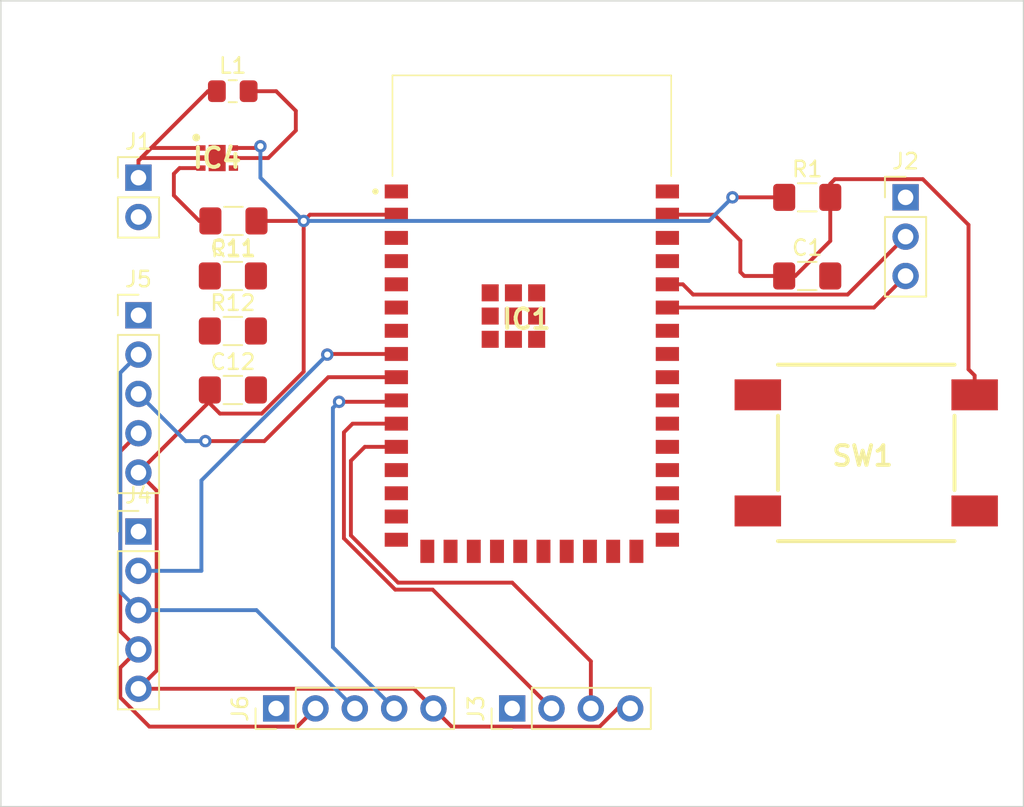
<source format=kicad_pcb>
(kicad_pcb (version 20171130) (host pcbnew "(5.1.5)-3")

  (general
    (thickness 1.6)
    (drawings 6)
    (tracks 119)
    (zones 0)
    (modules 16)
    (nets 46)
  )

  (page A4)
  (layers
    (0 F.Cu signal)
    (31 B.Cu signal)
    (32 B.Adhes user)
    (33 F.Adhes user)
    (34 B.Paste user)
    (35 F.Paste user)
    (36 B.SilkS user)
    (37 F.SilkS user)
    (38 B.Mask user)
    (39 F.Mask user)
    (40 Dwgs.User user)
    (41 Cmts.User user)
    (42 Eco1.User user)
    (43 Eco2.User user)
    (44 Edge.Cuts user)
    (45 Margin user)
    (46 B.CrtYd user)
    (47 F.CrtYd user)
    (48 B.Fab user)
    (49 F.Fab user)
  )

  (setup
    (last_trace_width 0.25)
    (trace_clearance 0.2)
    (zone_clearance 0.508)
    (zone_45_only no)
    (trace_min 0.2)
    (via_size 0.8)
    (via_drill 0.4)
    (via_min_size 0.4)
    (via_min_drill 0.3)
    (uvia_size 0.3)
    (uvia_drill 0.1)
    (uvias_allowed no)
    (uvia_min_size 0.2)
    (uvia_min_drill 0.1)
    (edge_width 0.1)
    (segment_width 0.2)
    (pcb_text_width 0.3)
    (pcb_text_size 1.5 1.5)
    (mod_edge_width 0.15)
    (mod_text_size 1 1)
    (mod_text_width 0.15)
    (pad_size 1.524 1.524)
    (pad_drill 0.762)
    (pad_to_mask_clearance 0)
    (aux_axis_origin 0 0)
    (visible_elements 7FFFFFFF)
    (pcbplotparams
      (layerselection 0x010fc_ffffffff)
      (usegerberextensions false)
      (usegerberattributes false)
      (usegerberadvancedattributes false)
      (creategerberjobfile false)
      (excludeedgelayer true)
      (linewidth 0.100000)
      (plotframeref false)
      (viasonmask false)
      (mode 1)
      (useauxorigin false)
      (hpglpennumber 1)
      (hpglpenspeed 20)
      (hpglpendiameter 15.000000)
      (psnegative false)
      (psa4output false)
      (plotreference true)
      (plotvalue true)
      (plotinvisibletext false)
      (padsonsilk false)
      (subtractmaskfromsilk false)
      (outputformat 1)
      (mirror false)
      (drillshape 0)
      (scaleselection 1)
      (outputdirectory ""))
  )

  (net 0 "")
  (net 1 GND)
  (net 2 "Net-(IC1-Pad5)")
  (net 3 "Net-(IC1-Pad7)")
  (net 4 "Net-(IC1-Pad8)")
  (net 5 "Net-(C1-Pad1)")
  (net 6 "Net-(C11-Pad1)")
  (net 7 "Net-(C12-Pad1)")
  (net 8 "Net-(IC1-Pad3)")
  (net 9 "Net-(IC1-Pad4)")
  (net 10 "Net-(IC1-Pad6)")
  (net 11 "Net-(IC1-Pad9)")
  (net 12 "Net-(IC1-Pad10)")
  (net 13 "Net-(IC1-Pad11)")
  (net 14 "Net-(IC1-Pad12)")
  (net 15 "Net-(IC1-Pad13)")
  (net 16 "Net-(IC1-Pad14)")
  (net 17 "Net-(IC1-Pad15)")
  (net 18 "Net-(IC1-Pad16)")
  (net 19 "Net-(IC1-Pad17)")
  (net 20 "Net-(IC1-Pad18)")
  (net 21 "Net-(IC1-Pad19)")
  (net 22 "Net-(IC1-Pad20)")
  (net 23 "Net-(IC1-Pad21)")
  (net 24 "Net-(IC1-Pad22)")
  (net 25 "Net-(IC1-Pad23)")
  (net 26 "Net-(IC1-Pad24)")
  (net 27 "Net-(IC1-Pad25)")
  (net 28 "Net-(IC1-Pad27)")
  (net 29 "Net-(IC1-Pad28)")
  (net 30 "Net-(IC1-Pad29)")
  (net 31 "Net-(IC1-Pad30)")
  (net 32 "Net-(IC1-Pad31)")
  (net 33 "Net-(IC1-Pad32)")
  (net 34 "Net-(IC1-Pad33)")
  (net 35 "Net-(IC1-Pad34)")
  (net 36 "Net-(IC1-Pad35)")
  (net 37 "Net-(IC1-Pad36)")
  (net 38 "Net-(IC1-Pad37)")
  (net 39 "Net-(IC1-Pad38)")
  (net 40 "Net-(IC1-Pad39)")
  (net 41 "Net-(IC1-Pad40)")
  (net 42 "Net-(IC4-Pad3)")
  (net 43 "Net-(IC4-Pad5)")
  (net 44 "Net-(J4-Pad3)")
  (net 45 "Net-(J4-Pad4)")

  (net_class Default "Dit is de standaard class."
    (clearance 0.2)
    (trace_width 0.25)
    (via_dia 0.8)
    (via_drill 0.4)
    (uvia_dia 0.3)
    (uvia_drill 0.1)
    (add_net GND)
    (add_net "Net-(C1-Pad1)")
    (add_net "Net-(C11-Pad1)")
    (add_net "Net-(C12-Pad1)")
    (add_net "Net-(IC1-Pad10)")
    (add_net "Net-(IC1-Pad11)")
    (add_net "Net-(IC1-Pad12)")
    (add_net "Net-(IC1-Pad13)")
    (add_net "Net-(IC1-Pad14)")
    (add_net "Net-(IC1-Pad15)")
    (add_net "Net-(IC1-Pad16)")
    (add_net "Net-(IC1-Pad17)")
    (add_net "Net-(IC1-Pad18)")
    (add_net "Net-(IC1-Pad19)")
    (add_net "Net-(IC1-Pad20)")
    (add_net "Net-(IC1-Pad21)")
    (add_net "Net-(IC1-Pad22)")
    (add_net "Net-(IC1-Pad23)")
    (add_net "Net-(IC1-Pad24)")
    (add_net "Net-(IC1-Pad25)")
    (add_net "Net-(IC1-Pad27)")
    (add_net "Net-(IC1-Pad28)")
    (add_net "Net-(IC1-Pad29)")
    (add_net "Net-(IC1-Pad3)")
    (add_net "Net-(IC1-Pad30)")
    (add_net "Net-(IC1-Pad31)")
    (add_net "Net-(IC1-Pad32)")
    (add_net "Net-(IC1-Pad33)")
    (add_net "Net-(IC1-Pad34)")
    (add_net "Net-(IC1-Pad35)")
    (add_net "Net-(IC1-Pad36)")
    (add_net "Net-(IC1-Pad37)")
    (add_net "Net-(IC1-Pad38)")
    (add_net "Net-(IC1-Pad39)")
    (add_net "Net-(IC1-Pad4)")
    (add_net "Net-(IC1-Pad40)")
    (add_net "Net-(IC1-Pad5)")
    (add_net "Net-(IC1-Pad6)")
    (add_net "Net-(IC1-Pad7)")
    (add_net "Net-(IC1-Pad8)")
    (add_net "Net-(IC1-Pad9)")
    (add_net "Net-(IC4-Pad3)")
    (add_net "Net-(IC4-Pad5)")
    (add_net "Net-(J4-Pad3)")
    (add_net "Net-(J4-Pad4)")
  )

  (module "Drukknop_OFF_(ON):Drukknop_OFF_(ON)" (layer F.Cu) (tedit 0) (tstamp 6070C240)
    (at 121.92 77.47)
    (descr SMS-Gullwing)
    (tags Switch)
    (path /605B36B5)
    (attr smd)
    (fp_text reference SW1 (at -0.232 0.196) (layer F.SilkS)
      (effects (font (size 1.27 1.27) (thickness 0.254)))
    )
    (fp_text value SW_Push (at -0.232 0.196) (layer F.SilkS) hide
      (effects (font (size 1.27 1.27) (thickness 0.254)))
    )
    (fp_line (start 5.7 -2.4) (end 5.7 2.4) (layer F.SilkS) (width 0.254))
    (fp_line (start -5.7 -2.4) (end -5.7 2.4) (layer F.SilkS) (width 0.254))
    (fp_line (start -5.7 -5.7) (end 5.7 -5.7) (layer F.SilkS) (width 0.254))
    (fp_line (start -5.7 5.7) (end 5.7 5.7) (layer F.SilkS) (width 0.254))
    (fp_line (start -5.7 5.7) (end -5.7 -5.7) (layer F.Fab) (width 0.254))
    (fp_line (start 5.7 5.7) (end -5.7 5.7) (layer F.Fab) (width 0.254))
    (fp_line (start 5.7 -5.7) (end 5.7 5.7) (layer F.Fab) (width 0.254))
    (fp_line (start -5.7 -5.7) (end 5.7 -5.7) (layer F.Fab) (width 0.254))
    (fp_text user %R (at -0.232 0.196) (layer F.Fab)
      (effects (font (size 1.27 1.27) (thickness 0.254)))
    )
    (pad 4 smd rect (at -7 -3.75 90) (size 2 3) (layers F.Cu F.Paste F.Mask))
    (pad 3 smd rect (at 7 -3.75 90) (size 2 3) (layers F.Cu F.Paste F.Mask)
      (net 5 "Net-(C1-Pad1)"))
    (pad 2 smd rect (at 7 3.75 90) (size 2 3) (layers F.Cu F.Paste F.Mask))
    (pad 1 smd rect (at -7 3.75 90) (size 2 3) (layers F.Cu F.Paste F.Mask)
      (net 1 GND))
  )

  (module Capacitor_SMD:C_1206_3216Metric_Pad1.42x1.75mm_HandSolder (layer F.Cu) (tedit 5B301BBE) (tstamp 605A08BD)
    (at 118.11 66.04)
    (descr "Capacitor SMD 1206 (3216 Metric), square (rectangular) end terminal, IPC_7351 nominal with elongated pad for handsoldering. (Body size source: http://www.tortai-tech.com/upload/download/2011102023233369053.pdf), generated with kicad-footprint-generator")
    (tags "capacitor handsolder")
    (path /605C96A2)
    (attr smd)
    (fp_text reference C1 (at 0 -1.82) (layer F.SilkS)
      (effects (font (size 1 1) (thickness 0.15)))
    )
    (fp_text value 1µF (at 0 1.82) (layer F.Fab)
      (effects (font (size 1 1) (thickness 0.15)))
    )
    (fp_line (start -1.6 0.8) (end -1.6 -0.8) (layer F.Fab) (width 0.1))
    (fp_line (start -1.6 -0.8) (end 1.6 -0.8) (layer F.Fab) (width 0.1))
    (fp_line (start 1.6 -0.8) (end 1.6 0.8) (layer F.Fab) (width 0.1))
    (fp_line (start 1.6 0.8) (end -1.6 0.8) (layer F.Fab) (width 0.1))
    (fp_line (start -0.602064 -0.91) (end 0.602064 -0.91) (layer F.SilkS) (width 0.12))
    (fp_line (start -0.602064 0.91) (end 0.602064 0.91) (layer F.SilkS) (width 0.12))
    (fp_line (start -2.45 1.12) (end -2.45 -1.12) (layer F.CrtYd) (width 0.05))
    (fp_line (start -2.45 -1.12) (end 2.45 -1.12) (layer F.CrtYd) (width 0.05))
    (fp_line (start 2.45 -1.12) (end 2.45 1.12) (layer F.CrtYd) (width 0.05))
    (fp_line (start 2.45 1.12) (end -2.45 1.12) (layer F.CrtYd) (width 0.05))
    (fp_text user %R (at 0 0) (layer F.Fab)
      (effects (font (size 0.8 0.8) (thickness 0.12)))
    )
    (pad 1 smd roundrect (at -1.4875 0) (size 1.425 1.75) (layers F.Cu F.Paste F.Mask) (roundrect_rratio 0.175439)
      (net 5 "Net-(C1-Pad1)"))
    (pad 2 smd roundrect (at 1.4875 0) (size 1.425 1.75) (layers F.Cu F.Paste F.Mask) (roundrect_rratio 0.175439)
      (net 1 GND))
    (model ${KISYS3DMOD}/Capacitor_SMD.3dshapes/C_1206_3216Metric.wrl
      (at (xyz 0 0 0))
      (scale (xyz 1 1 1))
      (rotate (xyz 0 0 0))
    )
  )

  (module Capacitor_SMD:C_1206_3216Metric_Pad1.42x1.75mm_HandSolder (layer F.Cu) (tedit 5B301BBE) (tstamp 605A08CE)
    (at 81.026 66.04)
    (descr "Capacitor SMD 1206 (3216 Metric), square (rectangular) end terminal, IPC_7351 nominal with elongated pad for handsoldering. (Body size source: http://www.tortai-tech.com/upload/download/2011102023233369053.pdf), generated with kicad-footprint-generator")
    (tags "capacitor handsolder")
    (path /6032C4A6)
    (attr smd)
    (fp_text reference C11 (at 0 -1.82) (layer F.SilkS)
      (effects (font (size 1 1) (thickness 0.15)))
    )
    (fp_text value 10µF (at 0 1.82) (layer F.Fab)
      (effects (font (size 1 1) (thickness 0.15)))
    )
    (fp_line (start -1.6 0.8) (end -1.6 -0.8) (layer F.Fab) (width 0.1))
    (fp_line (start -1.6 -0.8) (end 1.6 -0.8) (layer F.Fab) (width 0.1))
    (fp_line (start 1.6 -0.8) (end 1.6 0.8) (layer F.Fab) (width 0.1))
    (fp_line (start 1.6 0.8) (end -1.6 0.8) (layer F.Fab) (width 0.1))
    (fp_line (start -0.602064 -0.91) (end 0.602064 -0.91) (layer F.SilkS) (width 0.12))
    (fp_line (start -0.602064 0.91) (end 0.602064 0.91) (layer F.SilkS) (width 0.12))
    (fp_line (start -2.45 1.12) (end -2.45 -1.12) (layer F.CrtYd) (width 0.05))
    (fp_line (start -2.45 -1.12) (end 2.45 -1.12) (layer F.CrtYd) (width 0.05))
    (fp_line (start 2.45 -1.12) (end 2.45 1.12) (layer F.CrtYd) (width 0.05))
    (fp_line (start 2.45 1.12) (end -2.45 1.12) (layer F.CrtYd) (width 0.05))
    (fp_text user %R (at 0 0) (layer F.Fab)
      (effects (font (size 0.8 0.8) (thickness 0.12)))
    )
    (pad 1 smd roundrect (at -1.4875 0) (size 1.425 1.75) (layers F.Cu F.Paste F.Mask) (roundrect_rratio 0.175439)
      (net 6 "Net-(C11-Pad1)"))
    (pad 2 smd roundrect (at 1.4875 0) (size 1.425 1.75) (layers F.Cu F.Paste F.Mask) (roundrect_rratio 0.175439)
      (net 1 GND))
    (model ${KISYS3DMOD}/Capacitor_SMD.3dshapes/C_1206_3216Metric.wrl
      (at (xyz 0 0 0))
      (scale (xyz 1 1 1))
      (rotate (xyz 0 0 0))
    )
  )

  (module Capacitor_SMD:C_1206_3216Metric_Pad1.42x1.75mm_HandSolder (layer F.Cu) (tedit 5B301BBE) (tstamp 605A08DF)
    (at 81.026 73.406)
    (descr "Capacitor SMD 1206 (3216 Metric), square (rectangular) end terminal, IPC_7351 nominal with elongated pad for handsoldering. (Body size source: http://www.tortai-tech.com/upload/download/2011102023233369053.pdf), generated with kicad-footprint-generator")
    (tags "capacitor handsolder")
    (path /603339E9)
    (attr smd)
    (fp_text reference C12 (at 0 -1.82) (layer F.SilkS)
      (effects (font (size 1 1) (thickness 0.15)))
    )
    (fp_text value 10µF (at 0 1.82) (layer F.Fab)
      (effects (font (size 1 1) (thickness 0.15)))
    )
    (fp_text user %R (at 0 0) (layer F.Fab)
      (effects (font (size 0.8 0.8) (thickness 0.12)))
    )
    (fp_line (start 2.45 1.12) (end -2.45 1.12) (layer F.CrtYd) (width 0.05))
    (fp_line (start 2.45 -1.12) (end 2.45 1.12) (layer F.CrtYd) (width 0.05))
    (fp_line (start -2.45 -1.12) (end 2.45 -1.12) (layer F.CrtYd) (width 0.05))
    (fp_line (start -2.45 1.12) (end -2.45 -1.12) (layer F.CrtYd) (width 0.05))
    (fp_line (start -0.602064 0.91) (end 0.602064 0.91) (layer F.SilkS) (width 0.12))
    (fp_line (start -0.602064 -0.91) (end 0.602064 -0.91) (layer F.SilkS) (width 0.12))
    (fp_line (start 1.6 0.8) (end -1.6 0.8) (layer F.Fab) (width 0.1))
    (fp_line (start 1.6 -0.8) (end 1.6 0.8) (layer F.Fab) (width 0.1))
    (fp_line (start -1.6 -0.8) (end 1.6 -0.8) (layer F.Fab) (width 0.1))
    (fp_line (start -1.6 0.8) (end -1.6 -0.8) (layer F.Fab) (width 0.1))
    (pad 2 smd roundrect (at 1.4875 0) (size 1.425 1.75) (layers F.Cu F.Paste F.Mask) (roundrect_rratio 0.175439)
      (net 1 GND))
    (pad 1 smd roundrect (at -1.4875 0) (size 1.425 1.75) (layers F.Cu F.Paste F.Mask) (roundrect_rratio 0.175439)
      (net 7 "Net-(C12-Pad1)"))
    (model ${KISYS3DMOD}/Capacitor_SMD.3dshapes/C_1206_3216Metric.wrl
      (at (xyz 0 0 0))
      (scale (xyz 1 1 1))
      (rotate (xyz 0 0 0))
    )
  )

  (module ESP32S2WROOMM22S2H3200PH3Q0 (layer F.Cu) (tedit 0) (tstamp 605A0926)
    (at 100.33 68.58)
    (descr "ESP32-S2-WROOM(M22S2H3200PH3Q0)-1")
    (tags "Integrated Circuit")
    (path /6059BDAD)
    (attr smd)
    (fp_text reference IC1 (at -0.35 0.25) (layer F.SilkS)
      (effects (font (size 1.27 1.27) (thickness 0.254)))
    )
    (fp_text value ESP32-S2-WROOM_M22S2H3200PH3Q0_ (at -0.35 0.25) (layer F.SilkS) hide
      (effects (font (size 1.27 1.27) (thickness 0.254)))
    )
    (fp_text user %R (at -0.35 0.25) (layer F.Fab)
      (effects (font (size 1.27 1.27) (thickness 0.254)))
    )
    (fp_line (start -9 -15.5) (end 9 -15.5) (layer F.Fab) (width 0.2))
    (fp_line (start 9 -15.5) (end 9 15.5) (layer F.Fab) (width 0.2))
    (fp_line (start 9 15.5) (end -9 15.5) (layer F.Fab) (width 0.2))
    (fp_line (start -9 15.5) (end -9 -15.5) (layer F.Fab) (width 0.2))
    (fp_line (start -11.2 -16.5) (end 10.5 -16.5) (layer F.CrtYd) (width 0.1))
    (fp_line (start 10.5 -16.5) (end 10.5 17) (layer F.CrtYd) (width 0.1))
    (fp_line (start 10.5 17) (end -11.2 17) (layer F.CrtYd) (width 0.1))
    (fp_line (start -11.2 17) (end -11.2 -16.5) (layer F.CrtYd) (width 0.1))
    (fp_line (start -9 -9) (end -9 -15.5) (layer F.SilkS) (width 0.1))
    (fp_line (start -9 -15.5) (end 9 -15.5) (layer F.SilkS) (width 0.1))
    (fp_line (start 9 -15.5) (end 9 -9) (layer F.SilkS) (width 0.1))
    (fp_line (start -10 -8) (end -10 -8) (layer F.SilkS) (width 0.2))
    (fp_line (start -10.2 -8) (end -10.2 -8) (layer F.SilkS) (width 0.2))
    (fp_arc (start -10.1 -8) (end -10 -8) (angle -180) (layer F.SilkS) (width 0.2))
    (fp_arc (start -10.1 -8) (end -10.2 -8) (angle -180) (layer F.SilkS) (width 0.2))
    (pad 1 smd rect (at -8.75 -8 90) (size 0.9 1.5) (layers F.Cu F.Paste F.Mask)
      (net 1 GND))
    (pad 2 smd rect (at -8.75 -6.5 90) (size 0.9 1.5) (layers F.Cu F.Paste F.Mask)
      (net 7 "Net-(C12-Pad1)"))
    (pad 3 smd rect (at -8.75 -5 90) (size 0.9 1.5) (layers F.Cu F.Paste F.Mask)
      (net 8 "Net-(IC1-Pad3)"))
    (pad 4 smd rect (at -8.75 -3.5 90) (size 0.9 1.5) (layers F.Cu F.Paste F.Mask)
      (net 9 "Net-(IC1-Pad4)"))
    (pad 5 smd rect (at -8.75 -2 90) (size 0.9 1.5) (layers F.Cu F.Paste F.Mask)
      (net 2 "Net-(IC1-Pad5)"))
    (pad 6 smd rect (at -8.75 -0.5 90) (size 0.9 1.5) (layers F.Cu F.Paste F.Mask)
      (net 10 "Net-(IC1-Pad6)"))
    (pad 7 smd rect (at -8.75 1 90) (size 0.9 1.5) (layers F.Cu F.Paste F.Mask)
      (net 3 "Net-(IC1-Pad7)"))
    (pad 8 smd rect (at -8.75 2.5 90) (size 0.9 1.5) (layers F.Cu F.Paste F.Mask)
      (net 4 "Net-(IC1-Pad8)"))
    (pad 9 smd rect (at -8.75 4 90) (size 0.9 1.5) (layers F.Cu F.Paste F.Mask)
      (net 11 "Net-(IC1-Pad9)"))
    (pad 10 smd rect (at -8.75 5.5 90) (size 0.9 1.5) (layers F.Cu F.Paste F.Mask)
      (net 12 "Net-(IC1-Pad10)"))
    (pad 11 smd rect (at -8.75 7 90) (size 0.9 1.5) (layers F.Cu F.Paste F.Mask)
      (net 13 "Net-(IC1-Pad11)"))
    (pad 12 smd rect (at -8.75 8.5 90) (size 0.9 1.5) (layers F.Cu F.Paste F.Mask)
      (net 14 "Net-(IC1-Pad12)"))
    (pad 13 smd rect (at -8.75 10 90) (size 0.9 1.5) (layers F.Cu F.Paste F.Mask)
      (net 15 "Net-(IC1-Pad13)"))
    (pad 14 smd rect (at -8.75 11.5 90) (size 0.9 1.5) (layers F.Cu F.Paste F.Mask)
      (net 16 "Net-(IC1-Pad14)"))
    (pad 15 smd rect (at -8.75 13 90) (size 0.9 1.5) (layers F.Cu F.Paste F.Mask)
      (net 17 "Net-(IC1-Pad15)"))
    (pad 16 smd rect (at -8.75 14.5 90) (size 0.9 1.5) (layers F.Cu F.Paste F.Mask)
      (net 18 "Net-(IC1-Pad16)"))
    (pad 17 smd rect (at -6.75 15.25) (size 0.9 1.5) (layers F.Cu F.Paste F.Mask)
      (net 19 "Net-(IC1-Pad17)"))
    (pad 18 smd rect (at -5.25 15.25) (size 0.9 1.5) (layers F.Cu F.Paste F.Mask)
      (net 20 "Net-(IC1-Pad18)"))
    (pad 19 smd rect (at -3.75 15.25) (size 0.9 1.5) (layers F.Cu F.Paste F.Mask)
      (net 21 "Net-(IC1-Pad19)"))
    (pad 20 smd rect (at -2.25 15.25) (size 0.9 1.5) (layers F.Cu F.Paste F.Mask)
      (net 22 "Net-(IC1-Pad20)"))
    (pad 21 smd rect (at -0.75 15.25) (size 0.9 1.5) (layers F.Cu F.Paste F.Mask)
      (net 23 "Net-(IC1-Pad21)"))
    (pad 22 smd rect (at 0.75 15.25) (size 0.9 1.5) (layers F.Cu F.Paste F.Mask)
      (net 24 "Net-(IC1-Pad22)"))
    (pad 23 smd rect (at 2.25 15.25) (size 0.9 1.5) (layers F.Cu F.Paste F.Mask)
      (net 25 "Net-(IC1-Pad23)"))
    (pad 24 smd rect (at 3.75 15.25) (size 0.9 1.5) (layers F.Cu F.Paste F.Mask)
      (net 26 "Net-(IC1-Pad24)"))
    (pad 25 smd rect (at 5.25 15.25) (size 0.9 1.5) (layers F.Cu F.Paste F.Mask)
      (net 27 "Net-(IC1-Pad25)"))
    (pad 26 smd rect (at 6.75 15.25) (size 0.9 1.5) (layers F.Cu F.Paste F.Mask)
      (net 1 GND))
    (pad 27 smd rect (at 8.75 14.5 90) (size 0.9 1.5) (layers F.Cu F.Paste F.Mask)
      (net 28 "Net-(IC1-Pad27)"))
    (pad 28 smd rect (at 8.75 13 90) (size 0.9 1.5) (layers F.Cu F.Paste F.Mask)
      (net 29 "Net-(IC1-Pad28)"))
    (pad 29 smd rect (at 8.75 11.5 90) (size 0.9 1.5) (layers F.Cu F.Paste F.Mask)
      (net 30 "Net-(IC1-Pad29)"))
    (pad 30 smd rect (at 8.75 10 90) (size 0.9 1.5) (layers F.Cu F.Paste F.Mask)
      (net 31 "Net-(IC1-Pad30)"))
    (pad 31 smd rect (at 8.75 8.5 90) (size 0.9 1.5) (layers F.Cu F.Paste F.Mask)
      (net 32 "Net-(IC1-Pad31)"))
    (pad 32 smd rect (at 8.75 7 90) (size 0.9 1.5) (layers F.Cu F.Paste F.Mask)
      (net 33 "Net-(IC1-Pad32)"))
    (pad 33 smd rect (at 8.75 5.5 90) (size 0.9 1.5) (layers F.Cu F.Paste F.Mask)
      (net 34 "Net-(IC1-Pad33)"))
    (pad 34 smd rect (at 8.75 4 90) (size 0.9 1.5) (layers F.Cu F.Paste F.Mask)
      (net 35 "Net-(IC1-Pad34)"))
    (pad 35 smd rect (at 8.75 2.5 90) (size 0.9 1.5) (layers F.Cu F.Paste F.Mask)
      (net 36 "Net-(IC1-Pad35)"))
    (pad 36 smd rect (at 8.75 1 90) (size 0.9 1.5) (layers F.Cu F.Paste F.Mask)
      (net 37 "Net-(IC1-Pad36)"))
    (pad 37 smd rect (at 8.75 -0.5 90) (size 0.9 1.5) (layers F.Cu F.Paste F.Mask)
      (net 38 "Net-(IC1-Pad37)"))
    (pad 38 smd rect (at 8.75 -2 90) (size 0.9 1.5) (layers F.Cu F.Paste F.Mask)
      (net 39 "Net-(IC1-Pad38)"))
    (pad 39 smd rect (at 8.75 -3.5 90) (size 0.9 1.5) (layers F.Cu F.Paste F.Mask)
      (net 40 "Net-(IC1-Pad39)"))
    (pad 40 smd rect (at 8.75 -5 90) (size 0.9 1.5) (layers F.Cu F.Paste F.Mask)
      (net 41 "Net-(IC1-Pad40)"))
    (pad 41 smd rect (at 8.75 -6.5 90) (size 0.9 1.5) (layers F.Cu F.Paste F.Mask)
      (net 5 "Net-(C1-Pad1)"))
    (pad 42 smd rect (at 8.75 -8 90) (size 0.9 1.5) (layers F.Cu F.Paste F.Mask)
      (net 1 GND))
    (pad 43 smd rect (at -1.19 0.05) (size 1.1 1.1) (layers F.Cu F.Paste F.Mask)
      (net 1 GND))
    (pad 44 smd rect (at -2.69 0.05) (size 1.1 1.1) (layers F.Cu F.Paste F.Mask)
      (net 1 GND))
    (pad 45 smd rect (at -2.69 1.55) (size 1.1 1.1) (layers F.Cu F.Paste F.Mask)
      (net 1 GND))
    (pad 46 smd rect (at -1.19 1.55) (size 1.1 1.1) (layers F.Cu F.Paste F.Mask)
      (net 1 GND))
    (pad 47 smd rect (at 0.31 1.55) (size 1.1 1.1) (layers F.Cu F.Paste F.Mask)
      (net 1 GND))
    (pad 48 smd rect (at 0.31 0.05) (size 1.1 1.1) (layers F.Cu F.Paste F.Mask)
      (net 1 GND))
    (pad 49 smd rect (at 0.31 -1.45) (size 1.1 1.1) (layers F.Cu F.Paste F.Mask)
      (net 1 GND))
    (pad 50 smd rect (at -1.19 -1.45) (size 1.1 1.1) (layers F.Cu F.Paste F.Mask)
      (net 1 GND))
    (pad 51 smd rect (at -2.69 -1.45) (size 1.1 1.1) (layers F.Cu F.Paste F.Mask)
      (net 1 GND))
    (model "D:\\Kicad oefeningen\\eerste test\\library\\ESP32-S2-WROOM_M22S2H3200PH3Q0_-pcb-part-libraries\\SamacSys_Parts.3dshapes\\ESP32-S2-WROOM_M22S2H3200PH3Q0_.stp"
      (at (xyz 0 0 0))
      (scale (xyz 1 1 1))
      (rotate (xyz 0 0 0))
    )
  )

  (module schakelende_voeding_1_7A:SON65P200X200X65-7N-D (layer F.Cu) (tedit 0) (tstamp 605A093C)
    (at 80.01 58.42)
    (descr ADP7142ACPZN-R7)
    (tags "Integrated Circuit")
    (path /6032B898)
    (attr smd)
    (fp_text reference IC4 (at 0 0) (layer F.SilkS)
      (effects (font (size 1.27 1.27) (thickness 0.254)))
    )
    (fp_text value ADP1607ACPZN001-R7 (at 0 0) (layer F.SilkS) hide
      (effects (font (size 1.27 1.27) (thickness 0.254)))
    )
    (fp_text user %R (at 0 0) (layer F.Fab)
      (effects (font (size 1.27 1.27) (thickness 0.254)))
    )
    (fp_line (start -1.6 -1.3) (end 1.6 -1.3) (layer F.CrtYd) (width 0.05))
    (fp_line (start 1.6 -1.3) (end 1.6 1.3) (layer F.CrtYd) (width 0.05))
    (fp_line (start 1.6 1.3) (end -1.6 1.3) (layer F.CrtYd) (width 0.05))
    (fp_line (start -1.6 1.3) (end -1.6 -1.3) (layer F.CrtYd) (width 0.05))
    (fp_line (start -1 -1) (end 1 -1) (layer F.Fab) (width 0.1))
    (fp_line (start 1 -1) (end 1 1) (layer F.Fab) (width 0.1))
    (fp_line (start 1 1) (end -1 1) (layer F.Fab) (width 0.1))
    (fp_line (start -1 1) (end -1 -1) (layer F.Fab) (width 0.1))
    (fp_line (start -1 -0.5) (end -0.5 -1) (layer F.Fab) (width 0.1))
    (fp_circle (center -1.35 -1.325) (end -1.35 -1.2) (layer F.SilkS) (width 0.25))
    (pad 1 smd rect (at -1.05 -0.65 90) (size 0.35 0.6) (layers F.Cu F.Paste F.Mask)
      (net 6 "Net-(C11-Pad1)"))
    (pad 2 smd rect (at -1.05 0 90) (size 0.35 0.6) (layers F.Cu F.Paste F.Mask)
      (net 6 "Net-(C11-Pad1)"))
    (pad 3 smd rect (at -1.05 0.65 90) (size 0.35 0.6) (layers F.Cu F.Paste F.Mask)
      (net 42 "Net-(IC4-Pad3)"))
    (pad 4 smd rect (at 1.05 0.65 90) (size 0.35 0.6) (layers F.Cu F.Paste F.Mask)
      (net 1 GND))
    (pad 5 smd rect (at 1.05 0 90) (size 0.35 0.6) (layers F.Cu F.Paste F.Mask)
      (net 43 "Net-(IC4-Pad5)"))
    (pad 6 smd rect (at 1.05 -0.65 90) (size 0.35 0.6) (layers F.Cu F.Paste F.Mask)
      (net 7 "Net-(C12-Pad1)"))
    (pad 7 smd rect (at 0 0) (size 1.1 1.7) (layers F.Cu F.Paste F.Mask)
      (net 1 GND))
    (model "D:\\Kicad oefeningen\\eerste test\\library\\schakelende voeding 1.7A\\SamacSys_Parts.3dshapes\\ADP1607ACPZN001-R7.stp"
      (at (xyz 0 0 0))
      (scale (xyz 1 1 1))
      (rotate (xyz 0 0 0))
    )
  )

  (module Inductor_SMD:L_0805_2012Metric_Pad1.15x1.40mm_HandSolder (layer F.Cu) (tedit 5B36C52B) (tstamp 605A094D)
    (at 81.017 54.102)
    (descr "Capacitor SMD 0805 (2012 Metric), square (rectangular) end terminal, IPC_7351 nominal with elongated pad for handsoldering. (Body size source: https://docs.google.com/spreadsheets/d/1BsfQQcO9C6DZCsRaXUlFlo91Tg2WpOkGARC1WS5S8t0/edit?usp=sharing), generated with kicad-footprint-generator")
    (tags "inductor handsolder")
    (path /60343773)
    (attr smd)
    (fp_text reference L1 (at 0 -1.65) (layer F.SilkS)
      (effects (font (size 1 1) (thickness 0.15)))
    )
    (fp_text value 2.2µH (at 0 1.65) (layer F.Fab)
      (effects (font (size 1 1) (thickness 0.15)))
    )
    (fp_line (start -1 0.6) (end -1 -0.6) (layer F.Fab) (width 0.1))
    (fp_line (start -1 -0.6) (end 1 -0.6) (layer F.Fab) (width 0.1))
    (fp_line (start 1 -0.6) (end 1 0.6) (layer F.Fab) (width 0.1))
    (fp_line (start 1 0.6) (end -1 0.6) (layer F.Fab) (width 0.1))
    (fp_line (start -0.261252 -0.71) (end 0.261252 -0.71) (layer F.SilkS) (width 0.12))
    (fp_line (start -0.261252 0.71) (end 0.261252 0.71) (layer F.SilkS) (width 0.12))
    (fp_line (start -1.85 0.95) (end -1.85 -0.95) (layer F.CrtYd) (width 0.05))
    (fp_line (start -1.85 -0.95) (end 1.85 -0.95) (layer F.CrtYd) (width 0.05))
    (fp_line (start 1.85 -0.95) (end 1.85 0.95) (layer F.CrtYd) (width 0.05))
    (fp_line (start 1.85 0.95) (end -1.85 0.95) (layer F.CrtYd) (width 0.05))
    (fp_text user %R (at 0 0) (layer F.Fab)
      (effects (font (size 0.5 0.5) (thickness 0.08)))
    )
    (pad 1 smd roundrect (at -1.025 0) (size 1.15 1.4) (layers F.Cu F.Paste F.Mask) (roundrect_rratio 0.217391)
      (net 6 "Net-(C11-Pad1)"))
    (pad 2 smd roundrect (at 1.025 0) (size 1.15 1.4) (layers F.Cu F.Paste F.Mask) (roundrect_rratio 0.217391)
      (net 43 "Net-(IC4-Pad5)"))
    (model ${KISYS3DMOD}/Inductor_SMD.3dshapes/L_0805_2012Metric.wrl
      (at (xyz 0 0 0))
      (scale (xyz 1 1 1))
      (rotate (xyz 0 0 0))
    )
  )

  (module Resistor_SMD:R_1206_3216Metric_Pad1.42x1.75mm_HandSolder (layer F.Cu) (tedit 5B301BBD) (tstamp 605A095E)
    (at 118.11 60.96)
    (descr "Resistor SMD 1206 (3216 Metric), square (rectangular) end terminal, IPC_7351 nominal with elongated pad for handsoldering. (Body size source: http://www.tortai-tech.com/upload/download/2011102023233369053.pdf), generated with kicad-footprint-generator")
    (tags "resistor handsolder")
    (path /605B4C02)
    (attr smd)
    (fp_text reference R1 (at 0 -1.82) (layer F.SilkS)
      (effects (font (size 1 1) (thickness 0.15)))
    )
    (fp_text value 10k (at 0 1.82) (layer F.Fab)
      (effects (font (size 1 1) (thickness 0.15)))
    )
    (fp_line (start -1.6 0.8) (end -1.6 -0.8) (layer F.Fab) (width 0.1))
    (fp_line (start -1.6 -0.8) (end 1.6 -0.8) (layer F.Fab) (width 0.1))
    (fp_line (start 1.6 -0.8) (end 1.6 0.8) (layer F.Fab) (width 0.1))
    (fp_line (start 1.6 0.8) (end -1.6 0.8) (layer F.Fab) (width 0.1))
    (fp_line (start -0.602064 -0.91) (end 0.602064 -0.91) (layer F.SilkS) (width 0.12))
    (fp_line (start -0.602064 0.91) (end 0.602064 0.91) (layer F.SilkS) (width 0.12))
    (fp_line (start -2.45 1.12) (end -2.45 -1.12) (layer F.CrtYd) (width 0.05))
    (fp_line (start -2.45 -1.12) (end 2.45 -1.12) (layer F.CrtYd) (width 0.05))
    (fp_line (start 2.45 -1.12) (end 2.45 1.12) (layer F.CrtYd) (width 0.05))
    (fp_line (start 2.45 1.12) (end -2.45 1.12) (layer F.CrtYd) (width 0.05))
    (fp_text user %R (at 0 0) (layer F.Fab)
      (effects (font (size 0.8 0.8) (thickness 0.12)))
    )
    (pad 1 smd roundrect (at -1.4875 0) (size 1.425 1.75) (layers F.Cu F.Paste F.Mask) (roundrect_rratio 0.175439)
      (net 7 "Net-(C12-Pad1)"))
    (pad 2 smd roundrect (at 1.4875 0) (size 1.425 1.75) (layers F.Cu F.Paste F.Mask) (roundrect_rratio 0.175439)
      (net 5 "Net-(C1-Pad1)"))
    (model ${KISYS3DMOD}/Resistor_SMD.3dshapes/R_1206_3216Metric.wrl
      (at (xyz 0 0 0))
      (scale (xyz 1 1 1))
      (rotate (xyz 0 0 0))
    )
  )

  (module Resistor_SMD:R_1206_3216Metric_Pad1.42x1.75mm_HandSolder (layer F.Cu) (tedit 5B301BBD) (tstamp 605A096F)
    (at 81.0625 62.484 180)
    (descr "Resistor SMD 1206 (3216 Metric), square (rectangular) end terminal, IPC_7351 nominal with elongated pad for handsoldering. (Body size source: http://www.tortai-tech.com/upload/download/2011102023233369053.pdf), generated with kicad-footprint-generator")
    (tags "resistor handsolder")
    (path /60338A59)
    (attr smd)
    (fp_text reference R11 (at 0 -1.82) (layer F.SilkS)
      (effects (font (size 1 1) (thickness 0.15)))
    )
    (fp_text value 27000 (at 0 1.82) (layer F.Fab)
      (effects (font (size 1 1) (thickness 0.15)))
    )
    (fp_line (start -1.6 0.8) (end -1.6 -0.8) (layer F.Fab) (width 0.1))
    (fp_line (start -1.6 -0.8) (end 1.6 -0.8) (layer F.Fab) (width 0.1))
    (fp_line (start 1.6 -0.8) (end 1.6 0.8) (layer F.Fab) (width 0.1))
    (fp_line (start 1.6 0.8) (end -1.6 0.8) (layer F.Fab) (width 0.1))
    (fp_line (start -0.602064 -0.91) (end 0.602064 -0.91) (layer F.SilkS) (width 0.12))
    (fp_line (start -0.602064 0.91) (end 0.602064 0.91) (layer F.SilkS) (width 0.12))
    (fp_line (start -2.45 1.12) (end -2.45 -1.12) (layer F.CrtYd) (width 0.05))
    (fp_line (start -2.45 -1.12) (end 2.45 -1.12) (layer F.CrtYd) (width 0.05))
    (fp_line (start 2.45 -1.12) (end 2.45 1.12) (layer F.CrtYd) (width 0.05))
    (fp_line (start 2.45 1.12) (end -2.45 1.12) (layer F.CrtYd) (width 0.05))
    (fp_text user %R (at 0 0) (layer F.Fab)
      (effects (font (size 0.8 0.8) (thickness 0.12)))
    )
    (pad 1 smd roundrect (at -1.4875 0 180) (size 1.425 1.75) (layers F.Cu F.Paste F.Mask) (roundrect_rratio 0.175439)
      (net 7 "Net-(C12-Pad1)"))
    (pad 2 smd roundrect (at 1.4875 0 180) (size 1.425 1.75) (layers F.Cu F.Paste F.Mask) (roundrect_rratio 0.175439)
      (net 42 "Net-(IC4-Pad3)"))
    (model ${KISYS3DMOD}/Resistor_SMD.3dshapes/R_1206_3216Metric.wrl
      (at (xyz 0 0 0))
      (scale (xyz 1 1 1))
      (rotate (xyz 0 0 0))
    )
  )

  (module Resistor_SMD:R_1206_3216Metric_Pad1.42x1.75mm_HandSolder (layer F.Cu) (tedit 5B301BBD) (tstamp 605A0980)
    (at 81.026 69.596)
    (descr "Resistor SMD 1206 (3216 Metric), square (rectangular) end terminal, IPC_7351 nominal with elongated pad for handsoldering. (Body size source: http://www.tortai-tech.com/upload/download/2011102023233369053.pdf), generated with kicad-footprint-generator")
    (tags "resistor handsolder")
    (path /60339AAD)
    (attr smd)
    (fp_text reference R12 (at 0 -1.82) (layer F.SilkS)
      (effects (font (size 1 1) (thickness 0.15)))
    )
    (fp_text value 18000 (at 0 1.82) (layer F.Fab)
      (effects (font (size 1 1) (thickness 0.15)))
    )
    (fp_text user %R (at 0 0) (layer F.Fab)
      (effects (font (size 0.8 0.8) (thickness 0.12)))
    )
    (fp_line (start 2.45 1.12) (end -2.45 1.12) (layer F.CrtYd) (width 0.05))
    (fp_line (start 2.45 -1.12) (end 2.45 1.12) (layer F.CrtYd) (width 0.05))
    (fp_line (start -2.45 -1.12) (end 2.45 -1.12) (layer F.CrtYd) (width 0.05))
    (fp_line (start -2.45 1.12) (end -2.45 -1.12) (layer F.CrtYd) (width 0.05))
    (fp_line (start -0.602064 0.91) (end 0.602064 0.91) (layer F.SilkS) (width 0.12))
    (fp_line (start -0.602064 -0.91) (end 0.602064 -0.91) (layer F.SilkS) (width 0.12))
    (fp_line (start 1.6 0.8) (end -1.6 0.8) (layer F.Fab) (width 0.1))
    (fp_line (start 1.6 -0.8) (end 1.6 0.8) (layer F.Fab) (width 0.1))
    (fp_line (start -1.6 -0.8) (end 1.6 -0.8) (layer F.Fab) (width 0.1))
    (fp_line (start -1.6 0.8) (end -1.6 -0.8) (layer F.Fab) (width 0.1))
    (pad 2 smd roundrect (at 1.4875 0) (size 1.425 1.75) (layers F.Cu F.Paste F.Mask) (roundrect_rratio 0.175439)
      (net 1 GND))
    (pad 1 smd roundrect (at -1.4875 0) (size 1.425 1.75) (layers F.Cu F.Paste F.Mask) (roundrect_rratio 0.175439)
      (net 42 "Net-(IC4-Pad3)"))
    (model ${KISYS3DMOD}/Resistor_SMD.3dshapes/R_1206_3216Metric.wrl
      (at (xyz 0 0 0))
      (scale (xyz 1 1 1))
      (rotate (xyz 0 0 0))
    )
  )

  (module Connector_PinHeader_2.54mm:PinHeader_1x02_P2.54mm_Vertical (layer F.Cu) (tedit 59FED5CC) (tstamp 6070BB0D)
    (at 74.93 59.69)
    (descr "Through hole straight pin header, 1x02, 2.54mm pitch, single row")
    (tags "Through hole pin header THT 1x02 2.54mm single row")
    (path /60592B9F)
    (fp_text reference J1 (at 0 -2.33) (layer F.SilkS)
      (effects (font (size 1 1) (thickness 0.15)))
    )
    (fp_text value Conn_01x02_Male (at 0 4.87) (layer F.Fab)
      (effects (font (size 1 1) (thickness 0.15)))
    )
    (fp_line (start -0.635 -1.27) (end 1.27 -1.27) (layer F.Fab) (width 0.1))
    (fp_line (start 1.27 -1.27) (end 1.27 3.81) (layer F.Fab) (width 0.1))
    (fp_line (start 1.27 3.81) (end -1.27 3.81) (layer F.Fab) (width 0.1))
    (fp_line (start -1.27 3.81) (end -1.27 -0.635) (layer F.Fab) (width 0.1))
    (fp_line (start -1.27 -0.635) (end -0.635 -1.27) (layer F.Fab) (width 0.1))
    (fp_line (start -1.33 3.87) (end 1.33 3.87) (layer F.SilkS) (width 0.12))
    (fp_line (start -1.33 1.27) (end -1.33 3.87) (layer F.SilkS) (width 0.12))
    (fp_line (start 1.33 1.27) (end 1.33 3.87) (layer F.SilkS) (width 0.12))
    (fp_line (start -1.33 1.27) (end 1.33 1.27) (layer F.SilkS) (width 0.12))
    (fp_line (start -1.33 0) (end -1.33 -1.33) (layer F.SilkS) (width 0.12))
    (fp_line (start -1.33 -1.33) (end 0 -1.33) (layer F.SilkS) (width 0.12))
    (fp_line (start -1.8 -1.8) (end -1.8 4.35) (layer F.CrtYd) (width 0.05))
    (fp_line (start -1.8 4.35) (end 1.8 4.35) (layer F.CrtYd) (width 0.05))
    (fp_line (start 1.8 4.35) (end 1.8 -1.8) (layer F.CrtYd) (width 0.05))
    (fp_line (start 1.8 -1.8) (end -1.8 -1.8) (layer F.CrtYd) (width 0.05))
    (fp_text user %R (at 0 1.27 90) (layer F.Fab)
      (effects (font (size 1 1) (thickness 0.15)))
    )
    (pad 1 thru_hole rect (at 0 0) (size 1.7 1.7) (drill 1) (layers *.Cu *.Mask)
      (net 6 "Net-(C11-Pad1)"))
    (pad 2 thru_hole oval (at 0 2.54) (size 1.7 1.7) (drill 1) (layers *.Cu *.Mask)
      (net 1 GND))
    (model ${KISYS3DMOD}/Connector_PinHeader_2.54mm.3dshapes/PinHeader_1x02_P2.54mm_Vertical.wrl
      (at (xyz 0 0 0))
      (scale (xyz 1 1 1))
      (rotate (xyz 0 0 0))
    )
  )

  (module Connector_PinHeader_2.54mm:PinHeader_1x03_P2.54mm_Vertical (layer F.Cu) (tedit 59FED5CC) (tstamp 6070BB24)
    (at 124.46 60.96)
    (descr "Through hole straight pin header, 1x03, 2.54mm pitch, single row")
    (tags "Through hole pin header THT 1x03 2.54mm single row")
    (path /605AFC75)
    (fp_text reference J2 (at 0 -2.33) (layer F.SilkS)
      (effects (font (size 1 1) (thickness 0.15)))
    )
    (fp_text value Conn_01x03_Male (at 0 7.41) (layer F.Fab)
      (effects (font (size 1 1) (thickness 0.15)))
    )
    (fp_line (start -0.635 -1.27) (end 1.27 -1.27) (layer F.Fab) (width 0.1))
    (fp_line (start 1.27 -1.27) (end 1.27 6.35) (layer F.Fab) (width 0.1))
    (fp_line (start 1.27 6.35) (end -1.27 6.35) (layer F.Fab) (width 0.1))
    (fp_line (start -1.27 6.35) (end -1.27 -0.635) (layer F.Fab) (width 0.1))
    (fp_line (start -1.27 -0.635) (end -0.635 -1.27) (layer F.Fab) (width 0.1))
    (fp_line (start -1.33 6.41) (end 1.33 6.41) (layer F.SilkS) (width 0.12))
    (fp_line (start -1.33 1.27) (end -1.33 6.41) (layer F.SilkS) (width 0.12))
    (fp_line (start 1.33 1.27) (end 1.33 6.41) (layer F.SilkS) (width 0.12))
    (fp_line (start -1.33 1.27) (end 1.33 1.27) (layer F.SilkS) (width 0.12))
    (fp_line (start -1.33 0) (end -1.33 -1.33) (layer F.SilkS) (width 0.12))
    (fp_line (start -1.33 -1.33) (end 0 -1.33) (layer F.SilkS) (width 0.12))
    (fp_line (start -1.8 -1.8) (end -1.8 6.85) (layer F.CrtYd) (width 0.05))
    (fp_line (start -1.8 6.85) (end 1.8 6.85) (layer F.CrtYd) (width 0.05))
    (fp_line (start 1.8 6.85) (end 1.8 -1.8) (layer F.CrtYd) (width 0.05))
    (fp_line (start 1.8 -1.8) (end -1.8 -1.8) (layer F.CrtYd) (width 0.05))
    (fp_text user %R (at 0 2.54 90) (layer F.Fab)
      (effects (font (size 1 1) (thickness 0.15)))
    )
    (pad 1 thru_hole rect (at 0 0) (size 1.7 1.7) (drill 1) (layers *.Cu *.Mask)
      (net 1 GND))
    (pad 2 thru_hole oval (at 0 2.54) (size 1.7 1.7) (drill 1) (layers *.Cu *.Mask)
      (net 39 "Net-(IC1-Pad38)"))
    (pad 3 thru_hole oval (at 0 5.08) (size 1.7 1.7) (drill 1) (layers *.Cu *.Mask)
      (net 38 "Net-(IC1-Pad37)"))
    (model ${KISYS3DMOD}/Connector_PinHeader_2.54mm.3dshapes/PinHeader_1x03_P2.54mm_Vertical.wrl
      (at (xyz 0 0 0))
      (scale (xyz 1 1 1))
      (rotate (xyz 0 0 0))
    )
  )

  (module Connector_PinHeader_2.54mm:PinHeader_1x04_P2.54mm_Vertical (layer F.Cu) (tedit 59FED5CC) (tstamp 6070BB3C)
    (at 99.06 93.98 90)
    (descr "Through hole straight pin header, 1x04, 2.54mm pitch, single row")
    (tags "Through hole pin header THT 1x04 2.54mm single row")
    (path /60706F53)
    (fp_text reference J3 (at 0 -2.33 90) (layer F.SilkS)
      (effects (font (size 1 1) (thickness 0.15)))
    )
    (fp_text value temp_con (at 0 9.95 90) (layer F.Fab)
      (effects (font (size 1 1) (thickness 0.15)))
    )
    (fp_line (start -0.635 -1.27) (end 1.27 -1.27) (layer F.Fab) (width 0.1))
    (fp_line (start 1.27 -1.27) (end 1.27 8.89) (layer F.Fab) (width 0.1))
    (fp_line (start 1.27 8.89) (end -1.27 8.89) (layer F.Fab) (width 0.1))
    (fp_line (start -1.27 8.89) (end -1.27 -0.635) (layer F.Fab) (width 0.1))
    (fp_line (start -1.27 -0.635) (end -0.635 -1.27) (layer F.Fab) (width 0.1))
    (fp_line (start -1.33 8.95) (end 1.33 8.95) (layer F.SilkS) (width 0.12))
    (fp_line (start -1.33 1.27) (end -1.33 8.95) (layer F.SilkS) (width 0.12))
    (fp_line (start 1.33 1.27) (end 1.33 8.95) (layer F.SilkS) (width 0.12))
    (fp_line (start -1.33 1.27) (end 1.33 1.27) (layer F.SilkS) (width 0.12))
    (fp_line (start -1.33 0) (end -1.33 -1.33) (layer F.SilkS) (width 0.12))
    (fp_line (start -1.33 -1.33) (end 0 -1.33) (layer F.SilkS) (width 0.12))
    (fp_line (start -1.8 -1.8) (end -1.8 9.4) (layer F.CrtYd) (width 0.05))
    (fp_line (start -1.8 9.4) (end 1.8 9.4) (layer F.CrtYd) (width 0.05))
    (fp_line (start 1.8 9.4) (end 1.8 -1.8) (layer F.CrtYd) (width 0.05))
    (fp_line (start 1.8 -1.8) (end -1.8 -1.8) (layer F.CrtYd) (width 0.05))
    (fp_text user %R (at 0 3.81) (layer F.Fab)
      (effects (font (size 1 1) (thickness 0.15)))
    )
    (pad 1 thru_hole rect (at 0 0 90) (size 1.7 1.7) (drill 1) (layers *.Cu *.Mask)
      (net 1 GND))
    (pad 2 thru_hole oval (at 0 2.54 90) (size 1.7 1.7) (drill 1) (layers *.Cu *.Mask)
      (net 13 "Net-(IC1-Pad11)"))
    (pad 3 thru_hole oval (at 0 5.08 90) (size 1.7 1.7) (drill 1) (layers *.Cu *.Mask)
      (net 14 "Net-(IC1-Pad12)"))
    (pad 4 thru_hole oval (at 0 7.62 90) (size 1.7 1.7) (drill 1) (layers *.Cu *.Mask)
      (net 7 "Net-(C12-Pad1)"))
    (model ${KISYS3DMOD}/Connector_PinHeader_2.54mm.3dshapes/PinHeader_1x04_P2.54mm_Vertical.wrl
      (at (xyz 0 0 0))
      (scale (xyz 1 1 1))
      (rotate (xyz 0 0 0))
    )
  )

  (module Connector_PinHeader_2.54mm:PinHeader_1x05_P2.54mm_Vertical (layer F.Cu) (tedit 59FED5CC) (tstamp 6070BB55)
    (at 74.93 82.55)
    (descr "Through hole straight pin header, 1x05, 2.54mm pitch, single row")
    (tags "Through hole pin header THT 1x05 2.54mm single row")
    (path /6070767C)
    (fp_text reference J4 (at 0 -2.33) (layer F.SilkS)
      (effects (font (size 1 1) (thickness 0.15)))
    )
    (fp_text value opt_conn (at 0 12.49) (layer F.Fab)
      (effects (font (size 1 1) (thickness 0.15)))
    )
    (fp_line (start -0.635 -1.27) (end 1.27 -1.27) (layer F.Fab) (width 0.1))
    (fp_line (start 1.27 -1.27) (end 1.27 11.43) (layer F.Fab) (width 0.1))
    (fp_line (start 1.27 11.43) (end -1.27 11.43) (layer F.Fab) (width 0.1))
    (fp_line (start -1.27 11.43) (end -1.27 -0.635) (layer F.Fab) (width 0.1))
    (fp_line (start -1.27 -0.635) (end -0.635 -1.27) (layer F.Fab) (width 0.1))
    (fp_line (start -1.33 11.49) (end 1.33 11.49) (layer F.SilkS) (width 0.12))
    (fp_line (start -1.33 1.27) (end -1.33 11.49) (layer F.SilkS) (width 0.12))
    (fp_line (start 1.33 1.27) (end 1.33 11.49) (layer F.SilkS) (width 0.12))
    (fp_line (start -1.33 1.27) (end 1.33 1.27) (layer F.SilkS) (width 0.12))
    (fp_line (start -1.33 0) (end -1.33 -1.33) (layer F.SilkS) (width 0.12))
    (fp_line (start -1.33 -1.33) (end 0 -1.33) (layer F.SilkS) (width 0.12))
    (fp_line (start -1.8 -1.8) (end -1.8 11.95) (layer F.CrtYd) (width 0.05))
    (fp_line (start -1.8 11.95) (end 1.8 11.95) (layer F.CrtYd) (width 0.05))
    (fp_line (start 1.8 11.95) (end 1.8 -1.8) (layer F.CrtYd) (width 0.05))
    (fp_line (start 1.8 -1.8) (end -1.8 -1.8) (layer F.CrtYd) (width 0.05))
    (fp_text user %R (at 0 5.08 90) (layer F.Fab)
      (effects (font (size 1 1) (thickness 0.15)))
    )
    (pad 1 thru_hole rect (at 0 0) (size 1.7 1.7) (drill 1) (layers *.Cu *.Mask)
      (net 1 GND))
    (pad 2 thru_hole oval (at 0 2.54) (size 1.7 1.7) (drill 1) (layers *.Cu *.Mask)
      (net 4 "Net-(IC1-Pad8)"))
    (pad 3 thru_hole oval (at 0 5.08) (size 1.7 1.7) (drill 1) (layers *.Cu *.Mask)
      (net 44 "Net-(J4-Pad3)"))
    (pad 4 thru_hole oval (at 0 7.62) (size 1.7 1.7) (drill 1) (layers *.Cu *.Mask)
      (net 45 "Net-(J4-Pad4)"))
    (pad 5 thru_hole oval (at 0 10.16) (size 1.7 1.7) (drill 1) (layers *.Cu *.Mask)
      (net 7 "Net-(C12-Pad1)"))
    (model ${KISYS3DMOD}/Connector_PinHeader_2.54mm.3dshapes/PinHeader_1x05_P2.54mm_Vertical.wrl
      (at (xyz 0 0 0))
      (scale (xyz 1 1 1))
      (rotate (xyz 0 0 0))
    )
  )

  (module Connector_PinHeader_2.54mm:PinHeader_1x05_P2.54mm_Vertical (layer F.Cu) (tedit 59FED5CC) (tstamp 6070BB6E)
    (at 74.93 68.58)
    (descr "Through hole straight pin header, 1x05, 2.54mm pitch, single row")
    (tags "Through hole pin header THT 1x05 2.54mm single row")
    (path /6070DAB9)
    (fp_text reference J5 (at 0 -2.33) (layer F.SilkS)
      (effects (font (size 1 1) (thickness 0.15)))
    )
    (fp_text value IR_met_conn (at 0 12.49) (layer F.Fab)
      (effects (font (size 1 1) (thickness 0.15)))
    )
    (fp_text user %R (at 0 5.08 90) (layer F.Fab)
      (effects (font (size 1 1) (thickness 0.15)))
    )
    (fp_line (start 1.8 -1.8) (end -1.8 -1.8) (layer F.CrtYd) (width 0.05))
    (fp_line (start 1.8 11.95) (end 1.8 -1.8) (layer F.CrtYd) (width 0.05))
    (fp_line (start -1.8 11.95) (end 1.8 11.95) (layer F.CrtYd) (width 0.05))
    (fp_line (start -1.8 -1.8) (end -1.8 11.95) (layer F.CrtYd) (width 0.05))
    (fp_line (start -1.33 -1.33) (end 0 -1.33) (layer F.SilkS) (width 0.12))
    (fp_line (start -1.33 0) (end -1.33 -1.33) (layer F.SilkS) (width 0.12))
    (fp_line (start -1.33 1.27) (end 1.33 1.27) (layer F.SilkS) (width 0.12))
    (fp_line (start 1.33 1.27) (end 1.33 11.49) (layer F.SilkS) (width 0.12))
    (fp_line (start -1.33 1.27) (end -1.33 11.49) (layer F.SilkS) (width 0.12))
    (fp_line (start -1.33 11.49) (end 1.33 11.49) (layer F.SilkS) (width 0.12))
    (fp_line (start -1.27 -0.635) (end -0.635 -1.27) (layer F.Fab) (width 0.1))
    (fp_line (start -1.27 11.43) (end -1.27 -0.635) (layer F.Fab) (width 0.1))
    (fp_line (start 1.27 11.43) (end -1.27 11.43) (layer F.Fab) (width 0.1))
    (fp_line (start 1.27 -1.27) (end 1.27 11.43) (layer F.Fab) (width 0.1))
    (fp_line (start -0.635 -1.27) (end 1.27 -1.27) (layer F.Fab) (width 0.1))
    (pad 5 thru_hole oval (at 0 10.16) (size 1.7 1.7) (drill 1) (layers *.Cu *.Mask)
      (net 7 "Net-(C12-Pad1)"))
    (pad 4 thru_hole oval (at 0 7.62) (size 1.7 1.7) (drill 1) (layers *.Cu *.Mask)
      (net 45 "Net-(J4-Pad4)"))
    (pad 3 thru_hole oval (at 0 5.08) (size 1.7 1.7) (drill 1) (layers *.Cu *.Mask)
      (net 11 "Net-(IC1-Pad9)"))
    (pad 2 thru_hole oval (at 0 2.54) (size 1.7 1.7) (drill 1) (layers *.Cu *.Mask)
      (net 44 "Net-(J4-Pad3)"))
    (pad 1 thru_hole rect (at 0 0) (size 1.7 1.7) (drill 1) (layers *.Cu *.Mask)
      (net 1 GND))
    (model ${KISYS3DMOD}/Connector_PinHeader_2.54mm.3dshapes/PinHeader_1x05_P2.54mm_Vertical.wrl
      (at (xyz 0 0 0))
      (scale (xyz 1 1 1))
      (rotate (xyz 0 0 0))
    )
  )

  (module Connector_PinHeader_2.54mm:PinHeader_1x05_P2.54mm_Vertical (layer F.Cu) (tedit 59FED5CC) (tstamp 6070BB87)
    (at 83.82 93.98 90)
    (descr "Through hole straight pin header, 1x05, 2.54mm pitch, single row")
    (tags "Through hole pin header THT 1x05 2.54mm single row")
    (path /6070F99F)
    (fp_text reference J6 (at 0 -2.33 90) (layer F.SilkS)
      (effects (font (size 1 1) (thickness 0.15)))
    )
    (fp_text value IR_zonder_conn (at 0 12.49 90) (layer F.Fab)
      (effects (font (size 1 1) (thickness 0.15)))
    )
    (fp_line (start -0.635 -1.27) (end 1.27 -1.27) (layer F.Fab) (width 0.1))
    (fp_line (start 1.27 -1.27) (end 1.27 11.43) (layer F.Fab) (width 0.1))
    (fp_line (start 1.27 11.43) (end -1.27 11.43) (layer F.Fab) (width 0.1))
    (fp_line (start -1.27 11.43) (end -1.27 -0.635) (layer F.Fab) (width 0.1))
    (fp_line (start -1.27 -0.635) (end -0.635 -1.27) (layer F.Fab) (width 0.1))
    (fp_line (start -1.33 11.49) (end 1.33 11.49) (layer F.SilkS) (width 0.12))
    (fp_line (start -1.33 1.27) (end -1.33 11.49) (layer F.SilkS) (width 0.12))
    (fp_line (start 1.33 1.27) (end 1.33 11.49) (layer F.SilkS) (width 0.12))
    (fp_line (start -1.33 1.27) (end 1.33 1.27) (layer F.SilkS) (width 0.12))
    (fp_line (start -1.33 0) (end -1.33 -1.33) (layer F.SilkS) (width 0.12))
    (fp_line (start -1.33 -1.33) (end 0 -1.33) (layer F.SilkS) (width 0.12))
    (fp_line (start -1.8 -1.8) (end -1.8 11.95) (layer F.CrtYd) (width 0.05))
    (fp_line (start -1.8 11.95) (end 1.8 11.95) (layer F.CrtYd) (width 0.05))
    (fp_line (start 1.8 11.95) (end 1.8 -1.8) (layer F.CrtYd) (width 0.05))
    (fp_line (start 1.8 -1.8) (end -1.8 -1.8) (layer F.CrtYd) (width 0.05))
    (fp_text user %R (at 0 5.08) (layer F.Fab)
      (effects (font (size 1 1) (thickness 0.15)))
    )
    (pad 1 thru_hole rect (at 0 0 90) (size 1.7 1.7) (drill 1) (layers *.Cu *.Mask)
      (net 1 GND))
    (pad 2 thru_hole oval (at 0 2.54 90) (size 1.7 1.7) (drill 1) (layers *.Cu *.Mask)
      (net 45 "Net-(J4-Pad4)"))
    (pad 3 thru_hole oval (at 0 5.08 90) (size 1.7 1.7) (drill 1) (layers *.Cu *.Mask)
      (net 44 "Net-(J4-Pad3)"))
    (pad 4 thru_hole oval (at 0 7.62 90) (size 1.7 1.7) (drill 1) (layers *.Cu *.Mask)
      (net 12 "Net-(IC1-Pad10)"))
    (pad 5 thru_hole oval (at 0 10.16 90) (size 1.7 1.7) (drill 1) (layers *.Cu *.Mask)
      (net 7 "Net-(C12-Pad1)"))
    (model ${KISYS3DMOD}/Connector_PinHeader_2.54mm.3dshapes/PinHeader_1x05_P2.54mm_Vertical.wrl
      (at (xyz 0 0 0))
      (scale (xyz 1 1 1))
      (rotate (xyz 0 0 0))
    )
  )

  (gr_line (start 66.04 100.33) (end 68.58 100.33) (layer Edge.Cuts) (width 0.1) (tstamp 6070CDC7))
  (gr_line (start 66.04 48.26) (end 66.04 100.33) (layer Edge.Cuts) (width 0.1))
  (gr_line (start 69.85 48.26) (end 66.04 48.26) (layer Edge.Cuts) (width 0.1))
  (gr_line (start 132.08 48.26) (end 69.85 48.26) (layer Edge.Cuts) (width 0.1))
  (gr_line (start 132.08 100.33) (end 132.08 48.26) (layer Edge.Cuts) (width 0.1))
  (gr_line (start 68.58 100.33) (end 132.08 100.33) (layer Edge.Cuts) (width 0.1))

  (via (at 79.248 76.708) (size 0.8) (drill 0.4) (layers F.Cu B.Cu) (net 11))
  (via (at 87.122 71.12) (size 0.8) (drill 0.4) (layers F.Cu B.Cu) (net 4))
  (segment (start 87.162 71.08) (end 87.122 71.12) (width 0.25) (layer F.Cu) (net 4))
  (segment (start 91.58 71.08) (end 87.162 71.08) (width 0.25) (layer F.Cu) (net 4))
  (segment (start 74.93 85.09) (end 78.994 85.09) (width 0.25) (layer B.Cu) (net 4))
  (segment (start 78.994 79.248) (end 87.122 71.12) (width 0.25) (layer B.Cu) (net 4))
  (segment (start 78.994 85.09) (end 78.994 79.248) (width 0.25) (layer B.Cu) (net 4))
  (via (at 87.884 74.168) (size 0.8) (drill 0.4) (layers F.Cu B.Cu) (net 12))
  (via (at 113.284 60.96) (size 0.8) (drill 0.4) (layers F.Cu B.Cu) (net 7))
  (segment (start 109.08 62.08) (end 112.118 62.08) (width 0.25) (layer F.Cu) (net 5))
  (segment (start 112.118 62.08) (end 113.792 63.754) (width 0.25) (layer F.Cu) (net 5))
  (segment (start 113.792 63.754) (end 113.792 65.786) (width 0.25) (layer F.Cu) (net 5))
  (segment (start 114.046 66.04) (end 116.6225 66.04) (width 0.25) (layer F.Cu) (net 5))
  (segment (start 113.792 65.786) (end 114.046 66.04) (width 0.25) (layer F.Cu) (net 5))
  (segment (start 117.335 66.04) (end 116.6225 66.04) (width 0.25) (layer F.Cu) (net 5))
  (segment (start 119.5975 60.96) (end 119.5975 63.7775) (width 0.25) (layer F.Cu) (net 5))
  (segment (start 119.5975 63.7775) (end 117.335 66.04) (width 0.25) (layer F.Cu) (net 5))
  (segment (start 128.92 72.47) (end 128.524 72.074) (width 0.25) (layer F.Cu) (net 5))
  (segment (start 128.92 73.72) (end 128.92 72.47) (width 0.25) (layer F.Cu) (net 5))
  (segment (start 119.5975 60.085) (end 119.5975 60.96) (width 0.25) (layer F.Cu) (net 5))
  (segment (start 119.897501 59.784999) (end 119.5975 60.085) (width 0.25) (layer F.Cu) (net 5))
  (segment (start 125.570001 59.784999) (end 119.897501 59.784999) (width 0.25) (layer F.Cu) (net 5))
  (segment (start 128.524 62.738998) (end 125.570001 59.784999) (width 0.25) (layer F.Cu) (net 5))
  (segment (start 128.524 72.074) (end 128.524 62.738998) (width 0.25) (layer F.Cu) (net 5))
  (via (at 85.598 62.484) (size 0.8) (drill 0.4) (layers F.Cu B.Cu) (net 7))
  (via (at 82.804 57.658) (size 0.8) (drill 0.4) (layers F.Cu B.Cu) (net 7))
  (segment (start 75.75 57.77) (end 78.96 57.77) (width 0.25) (layer F.Cu) (net 6))
  (segment (start 74.93 58.59) (end 75.75 57.77) (width 0.25) (layer F.Cu) (net 6))
  (segment (start 75.1 58.42) (end 74.93 58.59) (width 0.25) (layer F.Cu) (net 6))
  (segment (start 78.96 58.42) (end 75.1 58.42) (width 0.25) (layer F.Cu) (net 6))
  (segment (start 74.93 58.59) (end 74.93 59.69) (width 0.25) (layer F.Cu) (net 6))
  (segment (start 74.93 58.589) (end 74.93 58.59) (width 0.25) (layer F.Cu) (net 6))
  (segment (start 79.417 54.102) (end 74.93 58.589) (width 0.25) (layer F.Cu) (net 6))
  (segment (start 79.992 54.102) (end 79.417 54.102) (width 0.25) (layer F.Cu) (net 6))
  (segment (start 82.55 62.484) (end 85.598 62.484) (width 0.25) (layer F.Cu) (net 7))
  (segment (start 82.692 57.77) (end 82.804 57.658) (width 0.25) (layer F.Cu) (net 7))
  (segment (start 81.06 57.77) (end 82.692 57.77) (width 0.25) (layer F.Cu) (net 7))
  (segment (start 82.804 59.69) (end 82.804 57.658) (width 0.25) (layer B.Cu) (net 7))
  (segment (start 85.598 62.484) (end 82.804 59.69) (width 0.25) (layer B.Cu) (net 7))
  (segment (start 94.829999 94.829999) (end 93.98 93.98) (width 0.25) (layer F.Cu) (net 7))
  (segment (start 95.155001 95.155001) (end 94.829999 94.829999) (width 0.25) (layer F.Cu) (net 7))
  (segment (start 105.879002 93.98) (end 104.704001 95.155001) (width 0.25) (layer F.Cu) (net 7))
  (segment (start 104.704001 95.155001) (end 95.155001 95.155001) (width 0.25) (layer F.Cu) (net 7))
  (segment (start 106.68 93.98) (end 105.879002 93.98) (width 0.25) (layer F.Cu) (net 7))
  (segment (start 92.71 92.71) (end 74.93 92.71) (width 0.25) (layer F.Cu) (net 7))
  (segment (start 93.98 93.98) (end 92.71 92.71) (width 0.25) (layer F.Cu) (net 7))
  (segment (start 75.779999 79.589999) (end 74.93 78.74) (width 0.25) (layer F.Cu) (net 7))
  (segment (start 76.105001 79.915001) (end 75.779999 79.589999) (width 0.25) (layer F.Cu) (net 7))
  (segment (start 76.105001 91.534999) (end 76.105001 79.915001) (width 0.25) (layer F.Cu) (net 7))
  (segment (start 74.93 92.71) (end 76.105001 91.534999) (width 0.25) (layer F.Cu) (net 7))
  (segment (start 79.5385 74.1315) (end 79.5385 73.406) (width 0.25) (layer F.Cu) (net 7))
  (segment (start 74.93 78.74) (end 79.5385 74.1315) (width 0.25) (layer F.Cu) (net 7))
  (segment (start 79.5385 74.281) (end 80.1875 74.93) (width 0.25) (layer F.Cu) (net 7))
  (segment (start 79.5385 73.406) (end 79.5385 74.281) (width 0.25) (layer F.Cu) (net 7))
  (segment (start 85.598 72.22219) (end 85.598 63.049685) (width 0.25) (layer F.Cu) (net 7))
  (segment (start 82.89019 74.93) (end 85.598 72.22219) (width 0.25) (layer F.Cu) (net 7))
  (segment (start 85.598 63.049685) (end 85.598 62.484) (width 0.25) (layer F.Cu) (net 7))
  (segment (start 80.1875 74.93) (end 82.89019 74.93) (width 0.25) (layer F.Cu) (net 7))
  (segment (start 113.284 60.96) (end 116.6225 60.96) (width 0.25) (layer F.Cu) (net 7))
  (segment (start 111.76 62.484) (end 85.598 62.484) (width 0.25) (layer B.Cu) (net 7))
  (segment (start 113.284 60.96) (end 111.76 62.484) (width 0.25) (layer B.Cu) (net 7))
  (segment (start 86.002 62.08) (end 91.58 62.08) (width 0.25) (layer F.Cu) (net 7))
  (segment (start 85.598 62.484) (end 86.002 62.08) (width 0.25) (layer F.Cu) (net 7))
  (segment (start 77.978 76.708) (end 74.93 73.66) (width 0.25) (layer B.Cu) (net 11))
  (segment (start 79.248 76.708) (end 77.978 76.708) (width 0.25) (layer B.Cu) (net 11))
  (segment (start 79.248 76.708) (end 83.058 76.708) (width 0.25) (layer F.Cu) (net 11))
  (segment (start 87.186 72.58) (end 91.58 72.58) (width 0.25) (layer F.Cu) (net 11))
  (segment (start 83.058 76.708) (end 87.186 72.58) (width 0.25) (layer F.Cu) (net 11))
  (segment (start 91.492 74.168) (end 91.58 74.08) (width 0.25) (layer F.Cu) (net 12))
  (segment (start 87.884 74.168) (end 91.492 74.168) (width 0.25) (layer F.Cu) (net 12))
  (segment (start 90.590001 93.130001) (end 91.44 93.98) (width 0.25) (layer B.Cu) (net 12))
  (segment (start 87.484001 90.024001) (end 90.590001 93.130001) (width 0.25) (layer B.Cu) (net 12))
  (segment (start 87.484001 74.567999) (end 87.484001 90.024001) (width 0.25) (layer B.Cu) (net 12))
  (segment (start 87.884 74.168) (end 87.484001 74.567999) (width 0.25) (layer B.Cu) (net 12))
  (segment (start 91.507599 86.302009) (end 88.19599 82.9904) (width 0.25) (layer F.Cu) (net 13))
  (segment (start 88.19599 82.9904) (end 88.19599 76.14201) (width 0.25) (layer F.Cu) (net 13))
  (segment (start 101.6 93.98) (end 93.922009 86.302009) (width 0.25) (layer F.Cu) (net 13))
  (segment (start 93.922009 86.302009) (end 91.507599 86.302009) (width 0.25) (layer F.Cu) (net 13))
  (segment (start 88.758 75.58) (end 91.58 75.58) (width 0.25) (layer F.Cu) (net 13))
  (segment (start 88.19599 76.14201) (end 88.758 75.58) (width 0.25) (layer F.Cu) (net 13))
  (segment (start 104.14 93.98) (end 104.14 90.932) (width 0.25) (layer F.Cu) (net 14))
  (segment (start 104.14 90.932) (end 99.06 85.852) (width 0.25) (layer F.Cu) (net 14))
  (segment (start 99.06 85.852) (end 91.694 85.852) (width 0.25) (layer F.Cu) (net 14))
  (segment (start 91.694 85.852) (end 88.646 82.804) (width 0.25) (layer F.Cu) (net 14))
  (segment (start 88.646 82.804) (end 88.646 77.978) (width 0.25) (layer F.Cu) (net 14))
  (segment (start 89.544 77.08) (end 91.58 77.08) (width 0.25) (layer F.Cu) (net 14))
  (segment (start 88.646 77.978) (end 89.544 77.08) (width 0.25) (layer F.Cu) (net 14))
  (segment (start 122.42 68.08) (end 109.08 68.08) (width 0.25) (layer F.Cu) (net 38))
  (segment (start 124.46 66.04) (end 122.42 68.08) (width 0.25) (layer F.Cu) (net 38))
  (segment (start 110.08 66.58) (end 109.08 66.58) (width 0.25) (layer F.Cu) (net 39))
  (segment (start 110.74001 67.24001) (end 110.08 66.58) (width 0.25) (layer F.Cu) (net 39))
  (segment (start 120.71999 67.24001) (end 110.74001 67.24001) (width 0.25) (layer F.Cu) (net 39))
  (segment (start 124.46 63.5) (end 120.71999 67.24001) (width 0.25) (layer F.Cu) (net 39))
  (segment (start 78.8625 62.484) (end 77.216 60.8375) (width 0.25) (layer F.Cu) (net 42))
  (segment (start 79.575 62.484) (end 78.8625 62.484) (width 0.25) (layer F.Cu) (net 42))
  (segment (start 77.216 60.8375) (end 77.216 59.436) (width 0.25) (layer F.Cu) (net 42))
  (segment (start 77.582 59.07) (end 78.96 59.07) (width 0.25) (layer F.Cu) (net 42))
  (segment (start 77.216 59.436) (end 77.582 59.07) (width 0.25) (layer F.Cu) (net 42))
  (segment (start 83.82 54.102) (end 82.042 54.102) (width 0.25) (layer F.Cu) (net 43))
  (segment (start 85.09 56.642) (end 85.09 55.372) (width 0.25) (layer F.Cu) (net 43))
  (segment (start 81.06 58.42) (end 83.312 58.42) (width 0.25) (layer F.Cu) (net 43))
  (segment (start 85.09 55.372) (end 83.82 54.102) (width 0.25) (layer F.Cu) (net 43))
  (segment (start 83.312 58.42) (end 85.09 56.642) (width 0.25) (layer F.Cu) (net 43))
  (segment (start 82.55 87.63) (end 74.93 87.63) (width 0.25) (layer B.Cu) (net 44))
  (segment (start 88.9 93.98) (end 82.55 87.63) (width 0.25) (layer B.Cu) (net 44))
  (segment (start 73.754999 72.295001) (end 74.080001 71.969999) (width 0.25) (layer B.Cu) (net 44))
  (segment (start 73.754999 86.454999) (end 73.754999 72.295001) (width 0.25) (layer B.Cu) (net 44))
  (segment (start 74.080001 71.969999) (end 74.93 71.12) (width 0.25) (layer B.Cu) (net 44))
  (segment (start 74.93 87.63) (end 73.754999 86.454999) (width 0.25) (layer B.Cu) (net 44))
  (segment (start 73.754999 91.345001) (end 74.080001 91.019999) (width 0.25) (layer F.Cu) (net 45))
  (segment (start 73.754999 93.274001) (end 73.754999 91.345001) (width 0.25) (layer F.Cu) (net 45))
  (segment (start 75.635999 95.155001) (end 73.754999 93.274001) (width 0.25) (layer F.Cu) (net 45))
  (segment (start 74.080001 91.019999) (end 74.93 90.17) (width 0.25) (layer F.Cu) (net 45))
  (segment (start 85.184999 95.155001) (end 75.635999 95.155001) (width 0.25) (layer F.Cu) (net 45))
  (segment (start 86.36 93.98) (end 85.184999 95.155001) (width 0.25) (layer F.Cu) (net 45))
  (segment (start 73.754999 77.375001) (end 74.080001 77.049999) (width 0.25) (layer F.Cu) (net 45))
  (segment (start 74.080001 77.049999) (end 74.93 76.2) (width 0.25) (layer F.Cu) (net 45))
  (segment (start 73.754999 88.994999) (end 73.754999 77.375001) (width 0.25) (layer F.Cu) (net 45))
  (segment (start 74.93 90.17) (end 73.754999 88.994999) (width 0.25) (layer F.Cu) (net 45))

)

</source>
